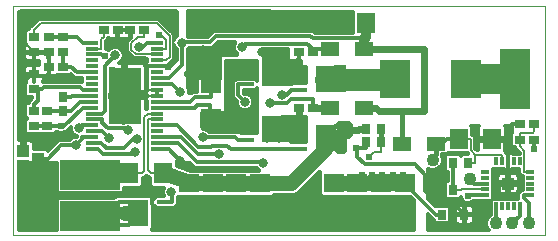
<source format=gtl>
G75*
%MOIN*%
%OFA0B0*%
%FSLAX25Y25*%
%IPPOS*%
%LPD*%
%AMOC8*
5,1,8,0,0,1.08239X$1,22.5*
%
%ADD10C,0.00000*%
%ADD11R,0.03937X0.01378*%
%ADD12R,0.01575X0.06496*%
%ADD13R,0.07087X0.09055*%
%ADD14R,0.07098X0.06299*%
%ADD15R,0.06299X0.07098*%
%ADD16R,0.05906X0.04724*%
%ADD17R,0.07087X0.06299*%
%ADD18R,0.06299X0.07087*%
%ADD19R,0.04331X0.01240*%
%ADD20R,0.10827X0.18701*%
%ADD21R,0.03642X0.02913*%
%ADD22R,0.02913X0.03642*%
%ADD23R,0.09843X0.12795*%
%ADD24R,0.03543X0.02756*%
%ADD25R,0.02756X0.03543*%
%ADD26R,0.03937X0.03937*%
%ADD27R,0.01181X0.02559*%
%ADD28R,0.02559X0.01181*%
%ADD29R,0.03150X0.03543*%
%ADD30R,0.20000X0.10000*%
%ADD31R,0.10000X0.20000*%
%ADD32R,0.04000X0.04000*%
%ADD33R,0.10000X0.05000*%
%ADD34C,0.04331*%
%ADD35C,0.01181*%
%ADD36C,0.03150*%
%ADD37C,0.01600*%
%ADD38C,0.05000*%
%ADD39C,0.02400*%
%ADD40C,0.02775*%
%ADD41C,0.00600*%
%ADD42C,0.02400*%
%ADD43C,0.06600*%
%ADD44C,0.01200*%
%ADD45C,0.07480*%
%ADD46C,0.03200*%
%ADD47C,0.09843*%
D10*
X0002291Y0002097D02*
X0002291Y0078534D01*
X0179516Y0078534D01*
X0179516Y0002097D01*
X0002291Y0002097D01*
D11*
X0039102Y0005641D03*
X0039102Y0008200D03*
X0039102Y0010759D03*
X0039102Y0013318D03*
X0052094Y0013318D03*
X0052094Y0010759D03*
X0052094Y0008200D03*
X0052094Y0005641D03*
X0098157Y0030739D03*
X0098157Y0033298D03*
X0098157Y0035857D03*
X0098157Y0038416D03*
X0093433Y0038810D03*
X0093433Y0036251D03*
X0093433Y0033692D03*
X0080441Y0033692D03*
X0080441Y0036251D03*
X0080441Y0038810D03*
X0080441Y0041369D03*
X0093433Y0041369D03*
X0111150Y0038416D03*
X0111150Y0035857D03*
X0111150Y0033298D03*
X0111150Y0030739D03*
X0111150Y0050424D03*
X0111150Y0052983D03*
X0111150Y0055542D03*
X0111150Y0058101D03*
X0098157Y0058101D03*
X0098157Y0055542D03*
X0098157Y0052983D03*
X0098157Y0050424D03*
X0093433Y0052393D03*
X0093433Y0054952D03*
X0093433Y0057511D03*
X0093433Y0060070D03*
X0080441Y0060070D03*
X0080441Y0057511D03*
X0080441Y0054952D03*
X0080441Y0052393D03*
D12*
X0082016Y0057511D03*
X0099732Y0055542D03*
X0082016Y0038810D03*
X0099732Y0035857D03*
X0050520Y0008200D03*
D13*
X0043866Y0009479D03*
X0106386Y0034578D03*
X0088669Y0037530D03*
X0106386Y0054263D03*
X0088669Y0056231D03*
D14*
X0068236Y0052479D03*
X0068236Y0041282D03*
D15*
X0052181Y0022767D03*
X0040984Y0022767D03*
D16*
X0107803Y0044420D03*
X0119220Y0044420D03*
X0131917Y0032609D03*
X0143335Y0032609D03*
X0119220Y0064105D03*
X0107803Y0064105D03*
D17*
X0109083Y0019420D03*
X0116957Y0019420D03*
X0124831Y0019420D03*
X0132705Y0019420D03*
X0132705Y0008396D03*
X0124831Y0008396D03*
X0116957Y0008396D03*
X0109083Y0008396D03*
X0084476Y0008396D03*
X0076602Y0008396D03*
X0068728Y0008396D03*
X0060854Y0008396D03*
X0060854Y0019420D03*
X0068728Y0019420D03*
X0076602Y0019420D03*
X0084476Y0019420D03*
D18*
X0150815Y0034085D03*
X0161839Y0034085D03*
X0119870Y0072924D03*
X0108846Y0072924D03*
D19*
X0050205Y0066290D03*
X0050205Y0064322D03*
X0050205Y0062353D03*
X0050205Y0060385D03*
X0050205Y0058416D03*
X0050205Y0056448D03*
X0050205Y0054479D03*
X0050205Y0052511D03*
X0050205Y0050542D03*
X0050205Y0048574D03*
X0050205Y0046605D03*
X0050205Y0044637D03*
X0050205Y0042668D03*
X0050205Y0040700D03*
X0050205Y0038731D03*
X0050205Y0036763D03*
X0050205Y0034794D03*
X0050205Y0032826D03*
X0050205Y0030857D03*
X0028551Y0030857D03*
X0028551Y0032826D03*
X0028551Y0034794D03*
X0028551Y0036763D03*
X0028551Y0038731D03*
X0028551Y0040700D03*
X0028551Y0042668D03*
X0028551Y0044637D03*
X0028551Y0046605D03*
X0028551Y0048574D03*
X0028551Y0050542D03*
X0028551Y0052511D03*
X0028551Y0054479D03*
X0028551Y0056448D03*
X0028551Y0058416D03*
X0028551Y0060385D03*
X0028551Y0062353D03*
X0028551Y0064322D03*
X0028551Y0066290D03*
D20*
X0039378Y0048574D03*
D21*
X0018925Y0058200D03*
X0014201Y0058200D03*
X0032409Y0070503D03*
X0037134Y0070503D03*
X0041268Y0070503D03*
X0045992Y0070503D03*
X0097370Y0063121D03*
X0102094Y0063121D03*
X0102094Y0044420D03*
X0097370Y0044420D03*
D22*
X0019024Y0043534D03*
X0019024Y0048259D03*
D23*
X0129555Y0054263D03*
X0153177Y0054263D03*
D24*
X0171091Y0039105D03*
X0176012Y0039105D03*
X0176012Y0033987D03*
X0171091Y0033987D03*
X0019024Y0063022D03*
X0014102Y0063022D03*
X0009181Y0063022D03*
X0009181Y0068141D03*
X0014102Y0068141D03*
X0019024Y0068141D03*
X0009181Y0055837D03*
X0009181Y0050719D03*
X0009181Y0043534D03*
X0013610Y0043534D03*
X0013610Y0038416D03*
X0009181Y0038416D03*
D25*
X0119811Y0037530D03*
X0124929Y0037530D03*
X0124929Y0033101D03*
X0119811Y0033101D03*
X0148846Y0026211D03*
X0153965Y0026211D03*
D26*
X0167154Y0019322D03*
D27*
X0167154Y0011841D03*
X0165185Y0011841D03*
X0163217Y0011841D03*
X0169122Y0011841D03*
X0171091Y0011841D03*
X0171091Y0026802D03*
X0169122Y0026802D03*
X0167154Y0026802D03*
X0165185Y0026802D03*
X0163217Y0026802D03*
D28*
X0159673Y0023259D03*
X0159673Y0021290D03*
X0159673Y0019322D03*
X0159673Y0017353D03*
X0159673Y0015385D03*
X0174634Y0015385D03*
X0174634Y0017353D03*
X0174634Y0019322D03*
X0174634Y0021290D03*
X0174634Y0023259D03*
D29*
X0148945Y0017255D03*
X0152685Y0008987D03*
X0145205Y0008987D03*
D30*
X0096780Y0008495D03*
X0027882Y0008495D03*
X0027882Y0022274D03*
D31*
X0169614Y0054263D03*
D32*
X0010673Y0027648D03*
X0005673Y0025148D03*
X0005673Y0030148D03*
D33*
X0066760Y0056231D03*
D34*
X0142055Y0027196D03*
X0154358Y0020798D03*
X0163217Y0006034D03*
X0168630Y0006034D03*
X0174043Y0006034D03*
D35*
X0161426Y0008925D02*
X0161316Y0008879D01*
X0160372Y0007935D01*
X0159861Y0006702D01*
X0159861Y0005367D01*
X0160372Y0004133D01*
X0160817Y0003688D01*
X0140579Y0003688D01*
X0140579Y0009098D01*
X0142439Y0007237D01*
X0142439Y0006722D01*
X0143137Y0006025D01*
X0147273Y0006025D01*
X0147970Y0006722D01*
X0147970Y0011252D01*
X0147273Y0011949D01*
X0143137Y0011949D01*
X0142964Y0011777D01*
X0140579Y0014162D01*
X0140579Y0024175D01*
X0141388Y0023840D01*
X0142723Y0023840D01*
X0143956Y0024351D01*
X0144900Y0025295D01*
X0145411Y0026528D01*
X0145411Y0027863D01*
X0145193Y0028390D01*
X0145325Y0028522D01*
X0145325Y0029056D01*
X0146781Y0029056D01*
X0147124Y0029400D01*
X0147172Y0029352D01*
X0153765Y0029352D01*
X0153943Y0029174D01*
X0152093Y0029174D01*
X0151406Y0028486D01*
X0150718Y0029174D01*
X0146975Y0029174D01*
X0146278Y0028476D01*
X0146278Y0023947D01*
X0146975Y0023249D01*
X0147056Y0023249D01*
X0147056Y0020217D01*
X0146877Y0020217D01*
X0146180Y0019520D01*
X0146180Y0014990D01*
X0146877Y0014293D01*
X0151013Y0014293D01*
X0151445Y0014725D01*
X0151791Y0013892D01*
X0152463Y0013219D01*
X0153342Y0012855D01*
X0154293Y0012855D01*
X0155172Y0013219D01*
X0155546Y0013594D01*
X0160415Y0013594D01*
X0160424Y0013604D01*
X0161435Y0013604D01*
X0161435Y0012592D01*
X0161426Y0012583D01*
X0161426Y0008925D01*
X0161426Y0009175D02*
X0152882Y0009175D01*
X0152882Y0009184D02*
X0155850Y0009184D01*
X0155850Y0010968D01*
X0155742Y0011373D01*
X0155533Y0011735D01*
X0155236Y0012031D01*
X0154874Y0012241D01*
X0154469Y0012349D01*
X0152882Y0012349D01*
X0152882Y0009184D01*
X0152488Y0009184D01*
X0152488Y0008790D01*
X0149520Y0008790D01*
X0149520Y0007006D01*
X0149628Y0006601D01*
X0149837Y0006239D01*
X0150134Y0005943D01*
X0150496Y0005733D01*
X0150901Y0005625D01*
X0152488Y0005625D01*
X0152488Y0008790D01*
X0152882Y0008790D01*
X0152882Y0005625D01*
X0154469Y0005625D01*
X0154874Y0005733D01*
X0155236Y0005943D01*
X0155533Y0006239D01*
X0155742Y0006601D01*
X0155850Y0007006D01*
X0155850Y0008790D01*
X0152882Y0008790D01*
X0152882Y0009184D01*
X0152685Y0009184D02*
X0148945Y0012924D01*
X0143531Y0012924D01*
X0139594Y0016861D01*
X0139594Y0022274D01*
X0136150Y0025719D01*
X0119417Y0025719D01*
X0116957Y0028180D01*
X0116957Y0030937D01*
X0116620Y0031273D01*
X0119811Y0031273D01*
X0118433Y0022274D02*
X0118433Y0019322D01*
X0118433Y0019420D02*
X0121878Y0022274D01*
X0124831Y0022274D02*
X0124831Y0021445D01*
X0124831Y0022274D02*
X0125323Y0022274D01*
X0125323Y0019420D02*
X0125323Y0019322D01*
X0125323Y0019420D02*
X0124831Y0019420D01*
X0121878Y0019420D02*
X0121878Y0019322D01*
X0121878Y0019420D02*
X0121400Y0019420D01*
X0118433Y0019420D02*
X0116957Y0019420D01*
X0104634Y0012727D02*
X0104654Y0010759D01*
X0109083Y0010562D01*
X0109083Y0008396D01*
X0110067Y0010562D02*
X0112232Y0008396D01*
X0110067Y0010562D02*
X0109083Y0010562D01*
X0104634Y0012727D02*
X0102469Y0011940D01*
X0096780Y0008495D01*
X0090598Y0012924D01*
X0089201Y0012511D01*
X0089201Y0008396D01*
X0084476Y0008396D01*
X0056130Y0008396D02*
X0054900Y0007166D01*
X0053866Y0008200D01*
X0053669Y0008200D01*
X0052094Y0008200D02*
X0050520Y0008200D01*
X0050520Y0010759D01*
X0052094Y0010759D01*
X0050520Y0010759D02*
X0050318Y0010759D01*
X0048600Y0012476D01*
X0048600Y0014502D01*
X0047018Y0016084D01*
X0017388Y0016084D01*
X0008854Y0024617D01*
X0008854Y0025148D01*
X0005673Y0025148D01*
X0008854Y0025148D02*
X0008854Y0025830D01*
X0010673Y0027648D01*
X0013854Y0027648D01*
X0018276Y0032070D01*
X0023112Y0032070D01*
X0025205Y0034163D01*
X0025205Y0034794D01*
X0028551Y0034794D01*
X0028551Y0032826D02*
X0031452Y0032826D01*
X0032581Y0031696D01*
X0032731Y0031696D01*
X0033295Y0031133D01*
X0039201Y0031133D01*
X0039765Y0031696D01*
X0039862Y0031696D01*
X0042320Y0034155D01*
X0043464Y0034155D01*
X0040580Y0037040D02*
X0039920Y0037700D01*
X0033800Y0037700D01*
X0031898Y0039603D01*
X0031898Y0040700D01*
X0028551Y0040700D01*
X0028551Y0042668D02*
X0031898Y0042668D01*
X0032774Y0043544D01*
X0032774Y0058508D01*
X0036345Y0062079D01*
X0032804Y0061919D02*
X0032050Y0061919D01*
X0031617Y0062353D01*
X0028551Y0062353D01*
X0033107Y0064310D02*
X0033107Y0066736D01*
X0033900Y0067529D01*
X0033900Y0067856D01*
X0034254Y0067856D01*
X0034336Y0067773D01*
X0034699Y0067564D01*
X0035104Y0067456D01*
X0036996Y0067455D01*
X0036996Y0070365D01*
X0037272Y0070365D01*
X0037272Y0070641D01*
X0041130Y0070641D01*
X0041130Y0070365D01*
X0041130Y0067682D01*
X0041406Y0067958D01*
X0041406Y0070365D01*
X0041130Y0070365D01*
X0037856Y0070365D01*
X0037272Y0070365D01*
X0037272Y0067456D01*
X0039164Y0067456D01*
X0039201Y0067465D01*
X0039237Y0067456D01*
X0040903Y0067456D01*
X0040092Y0066644D01*
X0040092Y0063359D01*
X0042398Y0061053D01*
X0042415Y0061036D01*
X0046348Y0061036D01*
X0046522Y0060863D01*
X0046849Y0060863D01*
X0046849Y0060095D01*
X0046767Y0060013D01*
X0046557Y0059650D01*
X0046449Y0059246D01*
X0046449Y0058416D01*
X0046449Y0057587D01*
X0046557Y0057182D01*
X0046767Y0056819D01*
X0046849Y0056737D01*
X0046849Y0052221D01*
X0046767Y0052139D01*
X0046557Y0051776D01*
X0046449Y0051372D01*
X0046449Y0050542D01*
X0046449Y0049713D01*
X0046490Y0049558D01*
X0046449Y0049403D01*
X0046449Y0048574D01*
X0047194Y0048574D01*
X0047194Y0048574D01*
X0046449Y0048574D01*
X0046449Y0047744D01*
X0046557Y0047340D01*
X0046767Y0046977D01*
X0046849Y0046895D01*
X0046849Y0044159D01*
X0046522Y0044159D01*
X0046382Y0044019D01*
X0046382Y0047983D01*
X0039969Y0047983D01*
X0039969Y0049164D01*
X0046382Y0049164D01*
X0046382Y0058133D01*
X0046273Y0058538D01*
X0046064Y0058901D01*
X0045768Y0059197D01*
X0045405Y0059406D01*
X0045001Y0059515D01*
X0039968Y0059515D01*
X0039968Y0049164D01*
X0038787Y0049164D01*
X0034555Y0049164D01*
X0034555Y0047983D01*
X0038787Y0047983D01*
X0038787Y0049164D01*
X0038787Y0059515D01*
X0037379Y0059515D01*
X0037911Y0059735D01*
X0038689Y0060513D01*
X0039110Y0061529D01*
X0039110Y0062629D01*
X0038689Y0063645D01*
X0037911Y0064423D01*
X0036895Y0064844D01*
X0035794Y0064844D01*
X0034778Y0064423D01*
X0034229Y0063875D01*
X0034158Y0063946D01*
X0033279Y0064310D01*
X0033107Y0064310D01*
X0033107Y0064617D02*
X0035245Y0064617D01*
X0037444Y0064617D02*
X0040092Y0064617D01*
X0040092Y0063437D02*
X0038775Y0063437D01*
X0039110Y0062258D02*
X0041193Y0062258D01*
X0042373Y0061078D02*
X0038923Y0061078D01*
X0038075Y0059898D02*
X0046700Y0059898D01*
X0046449Y0058719D02*
X0046169Y0058719D01*
X0046449Y0058416D02*
X0050205Y0058416D01*
X0050205Y0058416D01*
X0053961Y0058416D01*
X0053961Y0057704D01*
X0056885Y0060628D01*
X0056885Y0064181D01*
X0056322Y0064744D01*
X0055970Y0065594D01*
X0055970Y0060976D01*
X0053961Y0058967D01*
X0053961Y0058416D01*
X0050205Y0058416D01*
X0046449Y0058416D01*
X0046462Y0057539D02*
X0046382Y0057539D01*
X0046382Y0056359D02*
X0046849Y0056359D01*
X0046849Y0055180D02*
X0046382Y0055180D01*
X0046382Y0054000D02*
X0046849Y0054000D01*
X0046849Y0052821D02*
X0046382Y0052821D01*
X0046382Y0051641D02*
X0046521Y0051641D01*
X0046449Y0050542D02*
X0047194Y0050542D01*
X0047194Y0050542D01*
X0046449Y0050542D01*
X0046449Y0050461D02*
X0046382Y0050461D01*
X0046382Y0049282D02*
X0046449Y0049282D01*
X0046449Y0048102D02*
X0039969Y0048102D01*
X0039968Y0047983D02*
X0039968Y0039780D01*
X0039247Y0039482D01*
X0038787Y0039482D01*
X0038787Y0047983D01*
X0039968Y0047983D01*
X0038787Y0048102D02*
X0034555Y0048102D01*
X0038787Y0046923D02*
X0039968Y0046923D01*
X0039968Y0045743D02*
X0038787Y0045743D01*
X0038787Y0044563D02*
X0039968Y0044563D01*
X0039968Y0043384D02*
X0038787Y0043384D01*
X0038787Y0042204D02*
X0039968Y0042204D01*
X0039968Y0041024D02*
X0038787Y0041024D01*
X0038787Y0039845D02*
X0039968Y0039845D01*
X0033716Y0034945D02*
X0031898Y0036763D01*
X0028551Y0036763D01*
X0028551Y0038731D02*
X0025153Y0038731D01*
X0024216Y0037794D01*
X0021450Y0038082D02*
X0021450Y0037244D01*
X0021871Y0036227D01*
X0022649Y0035449D01*
X0023424Y0035129D01*
X0023424Y0034900D01*
X0023359Y0034835D01*
X0022562Y0034835D01*
X0021546Y0034414D01*
X0020982Y0033851D01*
X0017538Y0033851D01*
X0016495Y0032808D01*
X0013846Y0030159D01*
X0013166Y0030839D01*
X0009264Y0030839D01*
X0009264Y0032358D01*
X0009155Y0032762D01*
X0008946Y0033125D01*
X0008650Y0033421D01*
X0008287Y0033631D01*
X0007883Y0033739D01*
X0006083Y0033739D01*
X0006083Y0030558D01*
X0005264Y0030558D01*
X0005264Y0033739D01*
X0004260Y0033739D01*
X0004260Y0076408D01*
X0004752Y0076900D01*
X0056425Y0076900D01*
X0056917Y0076408D01*
X0056917Y0068472D01*
X0056322Y0067877D01*
X0055970Y0067027D01*
X0055970Y0069024D01*
X0050682Y0074311D01*
X0050644Y0074350D01*
X0011005Y0074350D01*
X0007691Y0071036D01*
X0007691Y0070709D01*
X0006916Y0070709D01*
X0006219Y0070012D01*
X0006219Y0066269D01*
X0006675Y0065813D01*
X0006433Y0065673D01*
X0006137Y0065377D01*
X0005927Y0065014D01*
X0005819Y0064610D01*
X0005819Y0063121D01*
X0009083Y0063121D01*
X0009083Y0062924D01*
X0009280Y0062924D01*
X0009280Y0063121D01*
X0014004Y0063121D01*
X0014004Y0062924D01*
X0014201Y0062924D01*
X0014201Y0060054D01*
X0014339Y0060054D01*
X0014339Y0058337D01*
X0014063Y0058337D01*
X0014063Y0061247D01*
X0014004Y0061247D01*
X0014004Y0062924D01*
X0010740Y0062924D01*
X0009280Y0062924D01*
X0009280Y0060054D01*
X0010840Y0060054D01*
X0010789Y0059866D01*
X0010789Y0058806D01*
X0009280Y0058806D01*
X0009280Y0055936D01*
X0009083Y0055936D01*
X0009083Y0058806D01*
X0007200Y0058806D01*
X0006796Y0058698D01*
X0006433Y0058488D01*
X0006137Y0058192D01*
X0005927Y0057829D01*
X0005819Y0057425D01*
X0005819Y0055936D01*
X0009083Y0055936D01*
X0009083Y0055739D01*
X0009083Y0053288D01*
X0009280Y0053288D01*
X0009280Y0055739D01*
X0009083Y0055739D01*
X0005819Y0055739D01*
X0005819Y0054250D01*
X0005927Y0053846D01*
X0006137Y0053483D01*
X0006433Y0053187D01*
X0006675Y0053047D01*
X0006219Y0052590D01*
X0006219Y0048848D01*
X0006916Y0048151D01*
X0008579Y0048151D01*
X0008579Y0047729D01*
X0007400Y0046550D01*
X0007400Y0046103D01*
X0006916Y0046103D01*
X0006219Y0045405D01*
X0006219Y0041663D01*
X0006907Y0040975D01*
X0006219Y0040287D01*
X0006219Y0036545D01*
X0006916Y0035848D01*
X0015875Y0035848D01*
X0016572Y0036545D01*
X0016572Y0036635D01*
X0016610Y0036635D01*
X0016855Y0036390D01*
X0017734Y0036026D01*
X0018685Y0036026D01*
X0019564Y0036390D01*
X0019809Y0036635D01*
X0020003Y0036635D01*
X0021046Y0037678D01*
X0021450Y0038082D01*
X0021450Y0037486D02*
X0020854Y0037486D01*
X0019265Y0038416D02*
X0018209Y0038416D01*
X0014946Y0038416D01*
X0013610Y0038416D02*
X0009181Y0038416D01*
X0006219Y0038665D02*
X0004260Y0038665D01*
X0004260Y0037486D02*
X0006219Y0037486D01*
X0006458Y0036306D02*
X0004260Y0036306D01*
X0004260Y0035126D02*
X0023424Y0035126D01*
X0021839Y0036306D02*
X0019362Y0036306D01*
X0017057Y0036306D02*
X0016333Y0036306D01*
X0019265Y0038416D02*
X0025486Y0044637D01*
X0028551Y0044637D01*
X0028551Y0046605D02*
X0024451Y0046605D01*
X0021380Y0043534D01*
X0019024Y0043534D01*
X0016282Y0043534D01*
X0013610Y0043534D01*
X0009181Y0043534D02*
X0009181Y0045812D01*
X0010360Y0046991D01*
X0010360Y0050719D01*
X0011853Y0050719D01*
X0012635Y0051501D01*
X0024527Y0051501D01*
X0025486Y0050542D01*
X0028551Y0050542D01*
X0028551Y0048574D02*
X0021695Y0048574D01*
X0021380Y0048259D01*
X0019024Y0048259D01*
X0025195Y0053282D02*
X0012025Y0053282D01*
X0012226Y0053483D01*
X0012435Y0053846D01*
X0012543Y0054250D01*
X0012543Y0055152D01*
X0014063Y0055152D01*
X0014063Y0058062D01*
X0014339Y0058062D01*
X0014339Y0055152D01*
X0016231Y0055152D01*
X0016636Y0055261D01*
X0016998Y0055470D01*
X0017080Y0055552D01*
X0021239Y0055552D01*
X0021507Y0055820D01*
X0022660Y0054667D01*
X0025195Y0054667D01*
X0025195Y0053282D01*
X0025195Y0054000D02*
X0012476Y0054000D01*
X0009280Y0054000D02*
X0009083Y0054000D01*
X0008738Y0056175D02*
X0005673Y0053110D01*
X0005673Y0030148D01*
X0005264Y0031588D02*
X0006083Y0031588D01*
X0006083Y0032767D02*
X0005264Y0032767D01*
X0004260Y0033947D02*
X0021078Y0033947D01*
X0016454Y0032767D02*
X0009153Y0032767D01*
X0009264Y0031588D02*
X0015275Y0031588D01*
X0014095Y0030408D02*
X0013597Y0030408D01*
X0028551Y0030857D02*
X0030421Y0030857D01*
X0031396Y0029883D01*
X0031592Y0029883D01*
X0032311Y0029164D01*
X0042154Y0029164D01*
X0042646Y0029656D01*
X0042972Y0029883D01*
X0050205Y0030857D02*
X0054029Y0030857D01*
X0058017Y0026869D01*
X0063503Y0026373D02*
X0083889Y0026373D01*
X0085679Y0026194D01*
X0095008Y0030739D02*
X0098157Y0030739D01*
X0095008Y0030739D02*
X0074758Y0030739D01*
X0073577Y0031920D01*
X0068446Y0031920D01*
X0068170Y0031645D01*
X0063981Y0031645D01*
X0056895Y0038731D01*
X0050205Y0038731D01*
X0050205Y0034794D02*
X0058079Y0034794D01*
X0063733Y0029140D01*
X0070919Y0029140D01*
X0063503Y0026373D02*
X0057050Y0032826D01*
X0050205Y0032826D01*
X0065383Y0034894D02*
X0076089Y0034894D01*
X0077291Y0033692D01*
X0080441Y0033692D01*
X0080441Y0036251D02*
X0082114Y0036251D01*
X0082114Y0037449D01*
X0082230Y0038810D01*
X0082016Y0038810D01*
X0082016Y0041172D01*
X0081819Y0041369D01*
X0081130Y0041369D01*
X0080441Y0041369D01*
X0075022Y0041369D01*
X0075022Y0053174D01*
X0076799Y0054952D01*
X0080441Y0054952D01*
X0082016Y0054952D01*
X0082016Y0057511D01*
X0080441Y0057511D01*
X0082016Y0057511D02*
X0082230Y0057511D01*
X0082114Y0058872D01*
X0082114Y0060070D01*
X0080441Y0060070D01*
X0083492Y0060168D02*
X0083492Y0053682D01*
X0082903Y0054272D01*
X0077979Y0054272D01*
X0077881Y0054174D01*
X0076554Y0054174D01*
X0075510Y0053130D01*
X0075510Y0047965D01*
X0076733Y0046743D01*
X0076733Y0045946D01*
X0077154Y0044930D01*
X0077932Y0044152D01*
X0078948Y0043731D01*
X0080048Y0043731D01*
X0081065Y0044152D01*
X0081843Y0044930D01*
X0082264Y0045946D01*
X0082264Y0047046D01*
X0081843Y0048062D01*
X0081065Y0048840D01*
X0080048Y0049261D01*
X0079252Y0049261D01*
X0079072Y0049441D01*
X0079072Y0050513D01*
X0082903Y0050513D01*
X0083492Y0051103D01*
X0083492Y0036054D01*
X0078571Y0036054D01*
X0078079Y0036546D01*
X0076956Y0036546D01*
X0076827Y0036675D01*
X0067513Y0036675D01*
X0066950Y0037238D01*
X0065933Y0037659D01*
X0065647Y0037659D01*
X0065283Y0038022D01*
X0065283Y0042944D01*
X0072665Y0042944D01*
X0073157Y0043436D01*
X0073157Y0060168D01*
X0083492Y0060168D01*
X0083492Y0059898D02*
X0073157Y0059898D01*
X0073157Y0058719D02*
X0083492Y0058719D01*
X0083492Y0057539D02*
X0073157Y0057539D01*
X0073157Y0056359D02*
X0083492Y0056359D01*
X0083492Y0055180D02*
X0073157Y0055180D01*
X0073157Y0054000D02*
X0076380Y0054000D01*
X0075510Y0052821D02*
X0073157Y0052821D01*
X0073157Y0051641D02*
X0075510Y0051641D01*
X0075510Y0050461D02*
X0073157Y0050461D01*
X0073157Y0049282D02*
X0075510Y0049282D01*
X0075510Y0048102D02*
X0073157Y0048102D01*
X0073157Y0046923D02*
X0076553Y0046923D01*
X0076817Y0045743D02*
X0073157Y0045743D01*
X0073157Y0044563D02*
X0077520Y0044563D01*
X0079498Y0046496D02*
X0077291Y0048703D01*
X0077291Y0052393D01*
X0080441Y0052393D01*
X0079072Y0050461D02*
X0083492Y0050461D01*
X0083492Y0049282D02*
X0079231Y0049282D01*
X0081803Y0048102D02*
X0083492Y0048102D01*
X0083492Y0046923D02*
X0082264Y0046923D01*
X0082180Y0045743D02*
X0083492Y0045743D01*
X0083492Y0044563D02*
X0081476Y0044563D01*
X0083492Y0043384D02*
X0073105Y0043384D01*
X0073053Y0041369D02*
X0072967Y0041282D01*
X0068236Y0041282D01*
X0068236Y0042242D01*
X0068236Y0042944D01*
X0067893Y0043287D01*
X0067893Y0045539D01*
X0063597Y0045539D01*
X0062695Y0044637D01*
X0053551Y0044637D01*
X0050205Y0044637D01*
X0050205Y0046605D02*
X0053551Y0046605D01*
X0053629Y0046527D01*
X0061096Y0046527D01*
X0062717Y0048148D01*
X0062717Y0048148D01*
X0068236Y0048148D01*
X0068236Y0052479D01*
X0057986Y0049776D02*
X0055251Y0052511D01*
X0050205Y0052511D01*
X0050205Y0050542D02*
X0050205Y0048574D01*
X0050205Y0048574D01*
X0050205Y0050542D01*
X0050205Y0050542D01*
X0050205Y0050461D02*
X0050205Y0050461D01*
X0050205Y0049282D02*
X0050205Y0049282D01*
X0046821Y0046923D02*
X0046382Y0046923D01*
X0046382Y0045743D02*
X0046849Y0045743D01*
X0046849Y0044563D02*
X0046382Y0044563D01*
X0039968Y0049282D02*
X0038787Y0049282D01*
X0038787Y0050461D02*
X0039968Y0050461D01*
X0039968Y0051641D02*
X0038787Y0051641D01*
X0038787Y0052821D02*
X0039968Y0052821D01*
X0039968Y0054000D02*
X0038787Y0054000D01*
X0038787Y0055180D02*
X0039968Y0055180D01*
X0039968Y0056359D02*
X0038787Y0056359D01*
X0038787Y0057539D02*
X0039968Y0057539D01*
X0039968Y0058719D02*
X0038787Y0058719D01*
X0028551Y0056448D02*
X0023398Y0056448D01*
X0021646Y0058200D01*
X0018925Y0058200D01*
X0018925Y0060646D01*
X0019024Y0060744D01*
X0019024Y0063022D01*
X0014201Y0062258D02*
X0014004Y0062258D01*
X0014063Y0061078D02*
X0014201Y0061078D01*
X0014063Y0059898D02*
X0014339Y0059898D01*
X0014339Y0058719D02*
X0014063Y0058719D01*
X0014201Y0058200D02*
X0014201Y0056335D01*
X0013056Y0055191D01*
X0009181Y0055191D01*
X0009083Y0055180D02*
X0009280Y0055180D01*
X0009280Y0056359D02*
X0009083Y0056359D01*
X0005819Y0056359D02*
X0004260Y0056359D01*
X0004260Y0055180D02*
X0005819Y0055180D01*
X0005886Y0054000D02*
X0004260Y0054000D01*
X0004260Y0052821D02*
X0006449Y0052821D01*
X0006219Y0051641D02*
X0004260Y0051641D01*
X0004260Y0050461D02*
X0006219Y0050461D01*
X0006219Y0049282D02*
X0004260Y0049282D01*
X0004260Y0048102D02*
X0008579Y0048102D01*
X0007773Y0046923D02*
X0004260Y0046923D01*
X0004260Y0045743D02*
X0006557Y0045743D01*
X0006219Y0044563D02*
X0004260Y0044563D01*
X0004260Y0043384D02*
X0006219Y0043384D01*
X0006219Y0042204D02*
X0004260Y0042204D01*
X0004260Y0041024D02*
X0006858Y0041024D01*
X0006219Y0039845D02*
X0004260Y0039845D01*
X0033716Y0034945D02*
X0034215Y0034452D01*
X0065283Y0038665D02*
X0083492Y0038665D01*
X0083492Y0037486D02*
X0066352Y0037486D01*
X0065283Y0039845D02*
X0083492Y0039845D01*
X0083492Y0041024D02*
X0065283Y0041024D01*
X0065283Y0042204D02*
X0083492Y0042204D01*
X0087881Y0046102D02*
X0093524Y0046102D01*
X0094972Y0047550D01*
X0102094Y0047550D01*
X0102094Y0045739D01*
X0102094Y0044420D01*
X0102350Y0045739D02*
X0103669Y0044420D01*
X0102350Y0045739D02*
X0102094Y0045739D01*
X0099732Y0041467D02*
X0093335Y0041467D01*
X0092350Y0040483D01*
X0092350Y0039499D01*
X0099732Y0039499D01*
X0099732Y0040483D01*
X0099732Y0037530D01*
X0092350Y0037530D01*
X0092350Y0036546D01*
X0099732Y0036546D01*
X0099732Y0035562D01*
X0091858Y0035562D01*
X0091858Y0034578D01*
X0099732Y0034578D01*
X0099732Y0034085D01*
X0091858Y0034085D01*
X0093433Y0041369D01*
X0096583Y0041369D01*
X0096996Y0041782D01*
X0097370Y0041782D01*
X0099732Y0041467D02*
X0099732Y0040483D01*
X0092350Y0040483D01*
X0092380Y0040483D01*
X0093433Y0039430D01*
X0094053Y0038810D01*
X0094673Y0038810D01*
X0094673Y0038751D01*
X0095008Y0038416D01*
X0094811Y0038416D01*
X0094811Y0038515D01*
X0095008Y0038416D02*
X0098157Y0038416D01*
X0098157Y0035857D02*
X0098748Y0035562D01*
X0090874Y0034578D01*
X0093433Y0034873D02*
X0093433Y0036251D01*
X0093394Y0036290D01*
X0093394Y0037530D01*
X0088669Y0037530D01*
X0086937Y0034578D01*
X0083492Y0036306D02*
X0078319Y0036306D01*
X0080441Y0038810D02*
X0082016Y0038810D01*
X0086937Y0038515D02*
X0088669Y0037530D01*
X0093394Y0037530D02*
X0093394Y0038460D01*
X0093743Y0038810D01*
X0093433Y0038810D01*
X0093743Y0038810D02*
X0094053Y0038810D01*
X0098157Y0035857D02*
X0099732Y0035857D01*
X0099732Y0033298D01*
X0099732Y0033298D01*
X0098157Y0033298D01*
X0095008Y0033298D01*
X0094024Y0034282D01*
X0094811Y0034578D01*
X0094024Y0034282D02*
X0093433Y0033692D01*
X0094024Y0034282D02*
X0093433Y0034873D01*
X0075022Y0041369D02*
X0073053Y0041369D01*
X0091903Y0048871D02*
X0093454Y0048871D01*
X0095008Y0050424D01*
X0098157Y0050424D01*
X0098157Y0052983D02*
X0095008Y0052983D01*
X0094516Y0053475D01*
X0094417Y0053574D01*
X0094417Y0054952D01*
X0093433Y0054952D01*
X0093335Y0054952D01*
X0093335Y0055247D01*
X0093433Y0054952D02*
X0093433Y0056192D01*
X0093394Y0056231D01*
X0088669Y0056231D01*
X0089398Y0056231D01*
X0089398Y0055247D01*
X0091858Y0054263D02*
X0091858Y0053278D01*
X0098748Y0053278D01*
X0098748Y0057707D01*
X0098256Y0057707D01*
X0098256Y0060168D01*
X0097075Y0060168D01*
X0095008Y0058101D01*
X0092350Y0062629D01*
X0087429Y0062629D01*
X0089398Y0062629D01*
X0089398Y0063121D01*
X0092843Y0063121D01*
X0092843Y0061644D01*
X0087429Y0061644D01*
X0086445Y0060660D02*
X0086445Y0063121D01*
X0089398Y0063121D01*
X0087186Y0063167D02*
X0090283Y0060070D01*
X0089398Y0060070D01*
X0089398Y0059184D01*
X0090283Y0060070D02*
X0093433Y0060070D01*
X0093335Y0060070D01*
X0093335Y0059184D01*
X0097272Y0059184D01*
X0097764Y0059184D01*
X0097764Y0058692D01*
X0092350Y0058692D01*
X0092350Y0057707D01*
X0098256Y0057707D01*
X0098256Y0056723D01*
X0094319Y0056723D01*
X0094319Y0055247D01*
X0097272Y0055247D01*
X0097272Y0055542D01*
X0098157Y0055542D01*
X0099732Y0055542D01*
X0098256Y0055247D02*
X0098256Y0054263D01*
X0091858Y0054263D01*
X0094417Y0054952D02*
X0095008Y0055542D01*
X0098157Y0055542D01*
X0098256Y0055247D02*
X0097272Y0055247D01*
X0094516Y0053475D02*
X0093433Y0052393D01*
X0093394Y0056231D02*
X0093394Y0057471D01*
X0093433Y0057511D01*
X0094417Y0057511D01*
X0095008Y0058101D01*
X0093335Y0059184D02*
X0092350Y0059184D01*
X0098157Y0058101D01*
X0097764Y0059184D02*
X0097272Y0059184D01*
X0096583Y0060070D02*
X0096189Y0060070D01*
X0095008Y0060070D01*
X0093433Y0060070D01*
X0093827Y0060660D02*
X0086445Y0060660D01*
X0085953Y0060168D02*
X0085953Y0064105D01*
X0093827Y0064105D01*
X0093827Y0060660D01*
X0095008Y0060168D02*
X0085953Y0060168D01*
X0085193Y0063167D02*
X0087186Y0063167D01*
X0079531Y0065936D02*
X0078539Y0064944D01*
X0079531Y0065936D02*
X0100264Y0065936D01*
X0102094Y0064105D01*
X0102094Y0063613D01*
X0102094Y0063121D01*
X0102094Y0064105D02*
X0107803Y0064105D01*
X0102033Y0067710D02*
X0118457Y0067710D01*
X0119220Y0066947D01*
X0119772Y0068200D02*
X0119870Y0068200D01*
X0108846Y0072924D02*
X0104516Y0072924D01*
X0102023Y0070432D01*
X0066196Y0070432D01*
X0065776Y0070011D01*
X0065498Y0069447D01*
X0067744Y0066566D02*
X0069713Y0068534D01*
X0101209Y0068534D01*
X0102033Y0067710D01*
X0097370Y0063121D02*
X0097370Y0060483D01*
X0096996Y0060483D01*
X0096583Y0060070D01*
X0095008Y0060070D02*
X0095008Y0060070D01*
X0095008Y0060168D01*
X0082016Y0054952D02*
X0082016Y0054952D01*
X0083174Y0054000D02*
X0083492Y0054000D01*
X0058666Y0058821D02*
X0058666Y0066310D01*
X0058589Y0066234D01*
X0058886Y0066566D01*
X0067744Y0066566D01*
X0056917Y0069335D02*
X0055659Y0069335D01*
X0055970Y0068156D02*
X0056601Y0068156D01*
X0056917Y0070515D02*
X0054479Y0070515D01*
X0053299Y0071694D02*
X0056917Y0071694D01*
X0056917Y0072874D02*
X0052120Y0072874D01*
X0050940Y0074054D02*
X0056917Y0074054D01*
X0056917Y0075233D02*
X0004260Y0075233D01*
X0004260Y0074054D02*
X0010708Y0074054D01*
X0009529Y0072874D02*
X0004260Y0072874D01*
X0004260Y0071694D02*
X0008349Y0071694D01*
X0006722Y0070515D02*
X0004260Y0070515D01*
X0004260Y0069335D02*
X0006219Y0069335D01*
X0006219Y0068156D02*
X0004260Y0068156D01*
X0004260Y0066976D02*
X0006219Y0066976D01*
X0006646Y0065796D02*
X0004260Y0065796D01*
X0004260Y0064617D02*
X0005821Y0064617D01*
X0005819Y0063437D02*
X0004260Y0063437D01*
X0005819Y0062924D02*
X0005819Y0061435D01*
X0005927Y0061031D01*
X0006137Y0060668D01*
X0006433Y0060372D01*
X0006796Y0060162D01*
X0007200Y0060054D01*
X0009083Y0060054D01*
X0009083Y0062924D01*
X0005819Y0062924D01*
X0005819Y0062258D02*
X0004260Y0062258D01*
X0004260Y0061078D02*
X0005915Y0061078D01*
X0009083Y0061078D02*
X0009280Y0061078D01*
X0009280Y0062258D02*
X0009083Y0062258D01*
X0010798Y0059898D02*
X0004260Y0059898D01*
X0004260Y0058719D02*
X0006875Y0058719D01*
X0005850Y0057539D02*
X0004260Y0057539D01*
X0009083Y0057539D02*
X0009280Y0057539D01*
X0009280Y0058719D02*
X0009083Y0058719D01*
X0014063Y0057539D02*
X0014339Y0057539D01*
X0014339Y0056359D02*
X0014063Y0056359D01*
X0014063Y0055180D02*
X0014339Y0055180D01*
X0016334Y0055180D02*
X0022147Y0055180D01*
X0044057Y0065002D02*
X0045570Y0065002D01*
X0046858Y0066290D01*
X0050205Y0066290D01*
X0055970Y0064617D02*
X0056449Y0064617D01*
X0056885Y0063437D02*
X0055970Y0063437D01*
X0055970Y0062258D02*
X0056885Y0062258D01*
X0056885Y0061078D02*
X0055970Y0061078D01*
X0056155Y0059898D02*
X0054892Y0059898D01*
X0054976Y0058719D02*
X0053961Y0058719D01*
X0050205Y0058416D02*
X0050205Y0058416D01*
X0050205Y0054479D02*
X0054324Y0054479D01*
X0058666Y0058821D01*
X0040092Y0065796D02*
X0033107Y0065796D01*
X0033347Y0066976D02*
X0040424Y0066976D01*
X0041130Y0068156D02*
X0041406Y0068156D01*
X0041406Y0069335D02*
X0041130Y0069335D01*
X0041130Y0070515D02*
X0037272Y0070515D01*
X0037272Y0069335D02*
X0036996Y0069335D01*
X0036996Y0068156D02*
X0037272Y0068156D01*
X0028551Y0066290D02*
X0025486Y0066290D01*
X0023635Y0068141D01*
X0019024Y0068141D01*
X0014102Y0068141D01*
X0004264Y0076413D02*
X0056913Y0076413D01*
X0126350Y0055743D02*
X0126350Y0053967D01*
X0128360Y0053967D01*
X0129555Y0054263D02*
X0129555Y0055743D01*
X0129795Y0055743D01*
X0133240Y0055743D02*
X0133240Y0052298D01*
X0133240Y0048853D01*
X0133240Y0052218D02*
X0130208Y0052218D01*
X0133240Y0052218D02*
X0133240Y0052298D01*
X0126350Y0052298D02*
X0126350Y0053967D01*
X0139063Y0043809D02*
X0139063Y0043436D01*
X0132213Y0043436D02*
X0131874Y0043510D01*
X0154762Y0038515D02*
X0157364Y0038515D01*
X0157207Y0038243D01*
X0157098Y0037838D01*
X0157098Y0034676D01*
X0161248Y0034676D01*
X0161248Y0033495D01*
X0157098Y0033495D01*
X0157098Y0030472D01*
X0156860Y0030472D01*
X0156355Y0030977D01*
X0156355Y0034703D01*
X0155482Y0035576D01*
X0155155Y0035576D01*
X0155155Y0038122D01*
X0154762Y0038515D01*
X0155155Y0037486D02*
X0157098Y0037486D01*
X0157098Y0036306D02*
X0155155Y0036306D01*
X0155932Y0035126D02*
X0157098Y0035126D01*
X0156355Y0033947D02*
X0161248Y0033947D01*
X0162429Y0033947D02*
X0168128Y0033947D01*
X0168128Y0032767D02*
X0166579Y0032767D01*
X0166579Y0033495D02*
X0162429Y0033495D01*
X0162429Y0034676D01*
X0166579Y0034676D01*
X0166579Y0037838D01*
X0166470Y0038243D01*
X0166313Y0038515D01*
X0167728Y0038515D01*
X0167728Y0037518D01*
X0167837Y0037113D01*
X0168046Y0036751D01*
X0168342Y0036454D01*
X0168585Y0036314D01*
X0168128Y0035858D01*
X0168128Y0032116D01*
X0168826Y0031419D01*
X0169600Y0031419D01*
X0169600Y0031092D01*
X0171093Y0029599D01*
X0171093Y0029272D01*
X0168803Y0029272D01*
X0168721Y0029354D01*
X0168358Y0029564D01*
X0167953Y0029672D01*
X0167154Y0029672D01*
X0167154Y0026802D01*
X0167153Y0026802D01*
X0167153Y0029672D01*
X0166602Y0029672D01*
X0166425Y0029850D01*
X0166470Y0029928D01*
X0166579Y0030333D01*
X0166579Y0033495D01*
X0166579Y0035126D02*
X0168128Y0035126D01*
X0168576Y0036306D02*
X0166579Y0036306D01*
X0166579Y0037486D02*
X0167737Y0037486D01*
X0176012Y0033987D02*
X0176012Y0030764D01*
X0170284Y0030408D02*
X0166579Y0030408D01*
X0167153Y0029228D02*
X0167154Y0029228D01*
X0167153Y0028049D02*
X0167154Y0028049D01*
X0167153Y0026869D02*
X0167154Y0026869D01*
X0167154Y0026802D02*
X0167154Y0023932D01*
X0167953Y0023932D01*
X0168358Y0024040D01*
X0168721Y0024250D01*
X0168803Y0024332D01*
X0170964Y0024332D01*
X0170964Y0022641D01*
X0171837Y0021768D01*
X0172164Y0021768D01*
X0172164Y0017175D01*
X0171713Y0017175D01*
X0170664Y0016126D01*
X0170664Y0014311D01*
X0170007Y0014311D01*
X0168038Y0014311D01*
X0162143Y0014311D01*
X0162143Y0024332D01*
X0165504Y0024332D01*
X0165586Y0024250D01*
X0165949Y0024040D01*
X0166354Y0023932D01*
X0167153Y0023932D01*
X0167153Y0026802D01*
X0167154Y0026802D01*
X0167153Y0025690D02*
X0167154Y0025690D01*
X0167153Y0024510D02*
X0167154Y0024510D01*
X0167547Y0022881D02*
X0169331Y0022881D01*
X0169736Y0022772D01*
X0170099Y0022563D01*
X0170395Y0022267D01*
X0170604Y0021904D01*
X0170713Y0021500D01*
X0170713Y0019715D01*
X0167547Y0019715D01*
X0167547Y0018928D01*
X0167547Y0015763D01*
X0169331Y0015763D01*
X0169736Y0015871D01*
X0170099Y0016080D01*
X0170395Y0016377D01*
X0170604Y0016739D01*
X0170713Y0017144D01*
X0170713Y0018928D01*
X0167547Y0018928D01*
X0166760Y0018928D01*
X0166760Y0015763D01*
X0164976Y0015763D01*
X0164571Y0015871D01*
X0164208Y0016080D01*
X0163912Y0016377D01*
X0163703Y0016739D01*
X0163594Y0017144D01*
X0163594Y0018928D01*
X0166760Y0018928D01*
X0166760Y0019715D01*
X0163594Y0019715D01*
X0163594Y0021500D01*
X0163703Y0021904D01*
X0163912Y0022267D01*
X0164208Y0022563D01*
X0164571Y0022772D01*
X0164976Y0022881D01*
X0166760Y0022881D01*
X0166760Y0019715D01*
X0167547Y0019715D01*
X0167547Y0022881D01*
X0167547Y0022151D02*
X0166760Y0022151D01*
X0163845Y0022151D02*
X0162143Y0022151D01*
X0162143Y0023330D02*
X0170964Y0023330D01*
X0171454Y0022151D02*
X0170462Y0022151D01*
X0170713Y0020971D02*
X0172164Y0020971D01*
X0172164Y0019791D02*
X0170713Y0019791D01*
X0167547Y0019791D02*
X0166760Y0019791D01*
X0166760Y0020971D02*
X0167547Y0020971D01*
X0163594Y0020971D02*
X0162143Y0020971D01*
X0162143Y0019791D02*
X0163594Y0019791D01*
X0163594Y0018612D02*
X0162143Y0018612D01*
X0162143Y0017432D02*
X0163594Y0017432D01*
X0164036Y0016253D02*
X0162143Y0016253D01*
X0162143Y0015073D02*
X0170664Y0015073D01*
X0170790Y0016253D02*
X0170271Y0016253D01*
X0170713Y0017432D02*
X0172164Y0017432D01*
X0172164Y0018612D02*
X0170713Y0018612D01*
X0167547Y0018612D02*
X0166760Y0018612D01*
X0166760Y0017432D02*
X0167547Y0017432D01*
X0167547Y0016253D02*
X0166760Y0016253D01*
X0161435Y0012714D02*
X0142027Y0012714D01*
X0140848Y0013893D02*
X0151790Y0013893D01*
X0152488Y0012349D02*
X0150901Y0012349D01*
X0150496Y0012241D01*
X0150134Y0012031D01*
X0149837Y0011735D01*
X0149628Y0011373D01*
X0149520Y0010968D01*
X0149520Y0009184D01*
X0152488Y0009184D01*
X0152488Y0012349D01*
X0152488Y0011534D02*
X0152882Y0011534D01*
X0155649Y0011534D02*
X0161426Y0011534D01*
X0161426Y0010355D02*
X0155850Y0010355D01*
X0152882Y0010355D02*
X0152488Y0010355D01*
X0152488Y0009175D02*
X0147970Y0009175D01*
X0147970Y0010355D02*
X0149520Y0010355D01*
X0149721Y0011534D02*
X0147688Y0011534D01*
X0152685Y0009184D02*
X0152685Y0008987D01*
X0152488Y0007995D02*
X0152882Y0007995D01*
X0152882Y0006816D02*
X0152488Y0006816D01*
X0149571Y0006816D02*
X0147970Y0006816D01*
X0147970Y0007995D02*
X0149520Y0007995D01*
X0150859Y0005636D02*
X0140579Y0005636D01*
X0140579Y0004456D02*
X0160238Y0004456D01*
X0159861Y0005636D02*
X0154511Y0005636D01*
X0152882Y0005636D02*
X0152488Y0005636D01*
X0155799Y0006816D02*
X0159908Y0006816D01*
X0160432Y0007995D02*
X0155850Y0007995D01*
X0142439Y0006816D02*
X0140579Y0006816D01*
X0140579Y0007995D02*
X0141681Y0007995D01*
X0140579Y0015073D02*
X0146180Y0015073D01*
X0146180Y0016253D02*
X0140579Y0016253D01*
X0140579Y0017432D02*
X0146180Y0017432D01*
X0146180Y0018612D02*
X0140579Y0018612D01*
X0140579Y0019791D02*
X0146451Y0019791D01*
X0147056Y0020971D02*
X0140579Y0020971D01*
X0140579Y0022151D02*
X0147056Y0022151D01*
X0146894Y0023330D02*
X0140579Y0023330D01*
X0144115Y0024510D02*
X0146278Y0024510D01*
X0146278Y0025690D02*
X0145064Y0025690D01*
X0145411Y0026869D02*
X0146278Y0026869D01*
X0146278Y0028049D02*
X0145334Y0028049D01*
X0146953Y0029228D02*
X0153888Y0029228D01*
X0156355Y0031588D02*
X0157098Y0031588D01*
X0157098Y0032767D02*
X0156355Y0032767D01*
X0166579Y0031588D02*
X0168657Y0031588D01*
X0055244Y0016230D02*
X0055244Y0013318D01*
X0052094Y0013318D01*
X0055244Y0016230D02*
X0054896Y0016579D01*
X0054900Y0007166D02*
X0055244Y0006822D01*
X0055244Y0005641D01*
X0052094Y0005641D01*
D36*
X0054896Y0016579D03*
X0058017Y0026869D03*
X0070919Y0029140D03*
X0065383Y0034894D03*
X0086937Y0034578D03*
X0090874Y0034578D03*
X0094811Y0034578D03*
X0098748Y0034578D03*
X0098748Y0038515D03*
X0094811Y0038515D03*
X0090874Y0038515D03*
X0086937Y0038515D03*
X0087881Y0046102D03*
X0091903Y0048871D03*
X0079498Y0046496D03*
X0089398Y0055247D03*
X0093335Y0055247D03*
X0097272Y0055247D03*
X0097272Y0059184D03*
X0093335Y0059184D03*
X0089398Y0059184D03*
X0089398Y0063121D03*
X0085193Y0063167D03*
X0078539Y0064944D03*
X0065437Y0063754D03*
X0058666Y0066310D03*
X0065498Y0069447D03*
X0044057Y0065002D03*
X0036345Y0062079D03*
X0057986Y0049776D03*
X0040580Y0037040D03*
X0043464Y0034155D03*
X0034215Y0034452D03*
X0024216Y0037794D03*
X0023112Y0032070D03*
X0042972Y0029883D03*
X0085679Y0026194D03*
D37*
X0083696Y0023970D02*
X0083283Y0024382D01*
X0062678Y0024382D01*
X0061512Y0025548D01*
X0060849Y0026211D01*
X0056731Y0026211D01*
X0056731Y0025549D01*
X0061090Y0023970D01*
X0080726Y0023970D01*
X0083696Y0023970D01*
X0099171Y0018082D02*
X0104139Y0018082D01*
X0104139Y0016484D02*
X0097573Y0016484D01*
X0097193Y0016104D02*
X0095759Y0015510D01*
X0089239Y0015510D01*
X0088600Y0014870D01*
X0057395Y0014870D01*
X0057235Y0014710D01*
X0057235Y0012493D01*
X0056069Y0011327D01*
X0054741Y0011327D01*
X0054643Y0011229D01*
X0049546Y0011229D01*
X0048809Y0011965D01*
X0048809Y0004372D01*
X0048504Y0004066D01*
X0135657Y0004066D01*
X0135657Y0013723D01*
X0134510Y0014870D01*
X0104959Y0014870D01*
X0104139Y0015691D01*
X0104139Y0023050D01*
X0097193Y0016104D01*
X0104945Y0014885D02*
X0088614Y0014885D01*
X0100770Y0019681D02*
X0104139Y0019681D01*
X0104139Y0021279D02*
X0102368Y0021279D01*
X0103967Y0022878D02*
X0104139Y0022878D01*
X0124929Y0033101D02*
X0124929Y0037530D01*
X0131874Y0036196D02*
X0131917Y0036152D01*
X0131917Y0032609D01*
X0131874Y0036196D02*
X0131874Y0043510D01*
X0143335Y0030978D02*
X0143335Y0029347D01*
X0135657Y0013287D02*
X0057235Y0013287D01*
X0056430Y0011688D02*
X0135657Y0011688D01*
X0135657Y0010090D02*
X0048809Y0010090D01*
X0048809Y0011688D02*
X0049087Y0011688D01*
X0048768Y0014628D02*
X0047989Y0015407D01*
X0036554Y0015407D01*
X0036165Y0015018D01*
X0035530Y0015018D01*
X0035407Y0014895D01*
X0017302Y0014895D01*
X0016482Y0014075D01*
X0016482Y0004066D01*
X0004260Y0004066D01*
X0004260Y0026211D01*
X0016482Y0026211D01*
X0016482Y0016695D01*
X0017302Y0015874D01*
X0038462Y0015874D01*
X0039282Y0016695D01*
X0039282Y0017817D01*
X0044714Y0017817D01*
X0045534Y0018637D01*
X0045534Y0021067D01*
X0045738Y0021067D01*
X0046381Y0021709D01*
X0046583Y0021911D01*
X0047427Y0021067D01*
X0047631Y0021067D01*
X0047631Y0018637D01*
X0048452Y0017817D01*
X0052189Y0017817D01*
X0051921Y0017170D01*
X0051921Y0015987D01*
X0052162Y0015407D01*
X0049546Y0015407D01*
X0048768Y0014628D01*
X0048511Y0014885D02*
X0049025Y0014885D01*
X0051921Y0016484D02*
X0039071Y0016484D01*
X0044979Y0018082D02*
X0048187Y0018082D01*
X0047631Y0019681D02*
X0045534Y0019681D01*
X0045951Y0021279D02*
X0047214Y0021279D01*
X0056731Y0026075D02*
X0060986Y0026075D01*
X0059691Y0024476D02*
X0062584Y0024476D01*
X0048809Y0008491D02*
X0135657Y0008491D01*
X0135657Y0006893D02*
X0048809Y0006893D01*
X0048809Y0005294D02*
X0135657Y0005294D01*
X0063287Y0050139D02*
X0061892Y0050139D01*
X0061587Y0049833D01*
X0060961Y0049833D01*
X0060961Y0050367D01*
X0060508Y0051461D01*
X0060362Y0051606D01*
X0060362Y0057702D01*
X0060657Y0057997D01*
X0060657Y0064094D01*
X0061138Y0064575D01*
X0068569Y0064575D01*
X0070537Y0066544D01*
X0075982Y0066544D01*
X0075564Y0065535D01*
X0075564Y0064352D01*
X0076017Y0063259D01*
X0076647Y0062629D01*
X0070697Y0062629D01*
X0070697Y0057029D01*
X0064107Y0057029D01*
X0063287Y0056209D01*
X0063287Y0050139D01*
X0061806Y0050053D02*
X0060961Y0050053D01*
X0060362Y0051651D02*
X0063287Y0051651D01*
X0063287Y0053250D02*
X0060362Y0053250D01*
X0060362Y0054848D02*
X0063287Y0054848D01*
X0063525Y0056447D02*
X0060362Y0056447D01*
X0060657Y0058045D02*
X0070697Y0058045D01*
X0070697Y0059644D02*
X0060657Y0059644D01*
X0060657Y0061242D02*
X0070697Y0061242D01*
X0066760Y0061389D02*
X0065437Y0062711D01*
X0065437Y0063754D01*
X0066760Y0061389D02*
X0066760Y0056231D01*
X0060657Y0062841D02*
X0076435Y0062841D01*
X0075564Y0064439D02*
X0061002Y0064439D01*
X0060627Y0068556D02*
X0060362Y0068821D01*
X0060362Y0076734D01*
X0087429Y0076734D01*
X0087429Y0070525D01*
X0068888Y0070525D01*
X0067722Y0069359D01*
X0066920Y0068556D01*
X0060627Y0068556D01*
X0060362Y0069235D02*
X0067598Y0069235D01*
X0070031Y0066038D02*
X0075772Y0066038D01*
X0086445Y0070525D02*
X0086445Y0076408D01*
X0115320Y0076408D01*
X0115320Y0069701D01*
X0102857Y0069701D01*
X0102033Y0070525D01*
X0086445Y0070525D01*
X0086445Y0070833D02*
X0115320Y0070833D01*
X0115320Y0072432D02*
X0086445Y0072432D01*
X0087429Y0072432D02*
X0060362Y0072432D01*
X0060362Y0074030D02*
X0087429Y0074030D01*
X0086445Y0074030D02*
X0115320Y0074030D01*
X0115320Y0075629D02*
X0086445Y0075629D01*
X0087429Y0075629D02*
X0060362Y0075629D01*
X0060362Y0070833D02*
X0087429Y0070833D01*
X0016482Y0026075D02*
X0004260Y0026075D01*
X0004260Y0024476D02*
X0016482Y0024476D01*
X0016482Y0022878D02*
X0004260Y0022878D01*
X0004260Y0021279D02*
X0016482Y0021279D01*
X0016482Y0019681D02*
X0004260Y0019681D01*
X0004260Y0018082D02*
X0016482Y0018082D01*
X0016693Y0016484D02*
X0004260Y0016484D01*
X0004260Y0014885D02*
X0017292Y0014885D01*
X0016482Y0013287D02*
X0004260Y0013287D01*
X0004260Y0011688D02*
X0016482Y0011688D01*
X0016482Y0010090D02*
X0004260Y0010090D01*
X0004260Y0008491D02*
X0016482Y0008491D01*
X0016482Y0006893D02*
X0004260Y0006893D01*
X0004260Y0005294D02*
X0016482Y0005294D01*
D38*
X0039423Y0009479D02*
X0043866Y0009479D01*
X0052094Y0008200D02*
X0053669Y0008200D01*
X0056130Y0008396D02*
X0060854Y0008396D01*
X0068728Y0008396D01*
X0076602Y0008396D01*
X0084476Y0008396D01*
X0084476Y0019420D02*
X0076602Y0019420D01*
X0068728Y0019420D01*
X0060854Y0019420D01*
X0060840Y0019912D02*
X0053458Y0022586D01*
X0084959Y0019410D02*
X0094984Y0019410D01*
X0106313Y0030739D01*
X0106386Y0031864D02*
X0106386Y0034578D01*
X0109083Y0019420D02*
X0116957Y0019420D01*
X0121400Y0019420D01*
X0128261Y0019420D02*
X0132705Y0019420D01*
X0132705Y0008396D02*
X0124831Y0008396D01*
X0116957Y0008396D01*
X0112232Y0008396D01*
D39*
X0113512Y0011448D03*
X0116465Y0011448D03*
X0110559Y0011448D03*
X0107606Y0011448D03*
X0104654Y0011448D03*
X0101701Y0011448D03*
X0098748Y0011448D03*
X0095795Y0011448D03*
X0092843Y0011448D03*
X0089890Y0011448D03*
X0086937Y0011448D03*
X0083984Y0011448D03*
X0081031Y0011448D03*
X0078079Y0011448D03*
X0075126Y0011448D03*
X0072173Y0011448D03*
X0069220Y0011448D03*
X0066268Y0011448D03*
X0063315Y0011448D03*
X0060362Y0011448D03*
X0014102Y0034085D03*
X0010657Y0034085D03*
X0018209Y0038416D03*
X0035756Y0041467D03*
X0035756Y0044912D03*
X0039201Y0044912D03*
X0039201Y0048357D03*
X0042646Y0048357D03*
X0042646Y0051802D03*
X0035323Y0057235D03*
X0032804Y0061919D03*
X0050957Y0068959D03*
X0055932Y0069992D03*
X0040677Y0075916D03*
X0037232Y0075916D03*
X0033787Y0075916D03*
X0030343Y0075916D03*
X0026898Y0075916D03*
X0023453Y0075916D03*
X0020008Y0075916D03*
X0016563Y0075916D03*
X0013118Y0075916D03*
X0009673Y0075916D03*
X0006228Y0075916D03*
X0053965Y0058200D03*
X0116620Y0031273D03*
X0120911Y0028278D03*
X0121878Y0022274D03*
X0125323Y0022274D03*
X0128768Y0022274D03*
X0132213Y0022274D03*
X0132213Y0019322D03*
X0128768Y0019322D03*
X0125323Y0019322D03*
X0121878Y0019322D03*
X0118433Y0019322D03*
X0118433Y0022274D03*
X0153817Y0015246D03*
X0176012Y0030764D03*
X0133240Y0048853D03*
X0129795Y0048853D03*
X0126350Y0048853D03*
X0126350Y0052298D03*
X0129795Y0052298D03*
X0133240Y0052298D03*
X0133240Y0055743D03*
X0129795Y0055743D03*
X0126350Y0055743D03*
D40*
X0073157Y0063613D03*
X0069220Y0063613D03*
X0061839Y0063613D03*
X0060362Y0055739D03*
X0063807Y0055739D03*
X0067252Y0055739D03*
X0013118Y0024735D03*
X0009181Y0024735D03*
X0005244Y0024735D03*
X0005244Y0020798D03*
X0009181Y0020798D03*
X0013118Y0020798D03*
X0013118Y0016861D03*
X0009181Y0016861D03*
X0005244Y0016861D03*
X0005244Y0012924D03*
X0009181Y0012924D03*
X0013118Y0012924D03*
X0013118Y0008987D03*
X0009181Y0008987D03*
X0005244Y0008987D03*
X0005244Y0005050D03*
X0009181Y0005050D03*
X0013118Y0005050D03*
D41*
X0025717Y0008200D02*
X0027882Y0008495D01*
X0025717Y0008200D02*
X0036234Y0008200D01*
X0036234Y0005641D01*
X0039102Y0005641D01*
X0039102Y0008200D02*
X0037668Y0008200D01*
X0036234Y0008200D01*
X0039102Y0008200D02*
X0039423Y0008520D01*
X0039423Y0009479D01*
X0039423Y0010438D01*
X0039102Y0010759D01*
X0036234Y0010759D01*
X0036234Y0013318D01*
X0039102Y0013318D01*
X0038782Y0022274D02*
X0027882Y0022274D01*
X0038782Y0022274D02*
X0039274Y0022767D01*
X0040984Y0022767D01*
X0045034Y0022767D01*
X0045939Y0023672D01*
X0045939Y0041468D01*
X0047139Y0042668D01*
X0050205Y0042668D01*
X0050205Y0040700D02*
X0047139Y0040700D01*
X0047139Y0023759D01*
X0048131Y0022767D01*
X0052181Y0022767D01*
X0051802Y0024735D01*
X0053458Y0022586D01*
X0060840Y0019912D02*
X0060854Y0019420D01*
X0083000Y0019041D02*
X0084097Y0019533D01*
X0084959Y0019410D01*
X0084476Y0019420D02*
X0083000Y0019041D01*
X0106313Y0030739D02*
X0111150Y0030739D01*
X0107156Y0031864D02*
X0106313Y0030739D01*
X0106386Y0031864D02*
X0107156Y0031864D01*
X0110829Y0033618D02*
X0111150Y0033298D01*
X0114018Y0035857D02*
X0114018Y0035927D01*
X0119811Y0033101D02*
X0119811Y0031273D01*
X0122570Y0029937D02*
X0120911Y0028278D01*
X0122570Y0029937D02*
X0124929Y0029937D01*
X0124929Y0033101D01*
X0141563Y0027575D02*
X0142055Y0027196D01*
X0143335Y0030978D02*
X0143335Y0032609D01*
X0143335Y0030978D02*
X0143658Y0030978D01*
X0150815Y0034085D02*
X0154865Y0034085D01*
X0154865Y0030359D01*
X0156243Y0028982D01*
X0165185Y0028982D01*
X0165185Y0026802D01*
X0167154Y0028982D02*
X0165888Y0030247D01*
X0165888Y0034085D01*
X0171091Y0033987D02*
X0171091Y0031709D01*
X0172583Y0030216D01*
X0172583Y0024362D01*
X0172454Y0024233D01*
X0172454Y0023259D01*
X0174634Y0023259D01*
X0167154Y0019322D02*
X0166615Y0019322D01*
X0164285Y0016359D02*
X0156913Y0008987D01*
X0155160Y0008987D01*
X0155160Y0008987D01*
X0153922Y0008987D01*
X0152685Y0008987D01*
X0153817Y0015246D02*
X0153956Y0015385D01*
X0151518Y0017353D02*
X0151420Y0017255D01*
X0148945Y0017255D01*
X0151518Y0017353D02*
X0159673Y0017353D01*
X0155835Y0019322D02*
X0154358Y0020798D01*
X0148945Y0019926D02*
X0148846Y0020025D01*
X0153965Y0026211D02*
X0156243Y0026211D01*
X0156243Y0028982D01*
X0171091Y0033987D02*
X0171091Y0036265D01*
X0175450Y0036265D01*
X0176012Y0036827D01*
X0176012Y0039105D01*
X0132705Y0019420D02*
X0133197Y0017831D01*
X0133886Y0018323D01*
X0132213Y0019322D02*
X0127634Y0020860D01*
X0124339Y0020517D01*
X0124831Y0021445D01*
X0123425Y0021445D01*
X0121400Y0019420D01*
X0124831Y0019420D02*
X0124831Y0020433D01*
X0124831Y0021445D01*
X0125144Y0020954D02*
X0132213Y0019322D01*
X0128261Y0019420D02*
X0127249Y0020433D01*
X0124831Y0020433D01*
X0111600Y0050296D02*
X0112584Y0051900D01*
X0111150Y0050424D01*
X0112584Y0051900D02*
X0106678Y0053967D01*
X0111150Y0052983D01*
X0110829Y0053304D01*
X0112306Y0054263D01*
X0106386Y0054263D01*
X0111150Y0055542D02*
X0112306Y0055222D01*
X0112306Y0054263D01*
X0112542Y0055542D02*
X0112542Y0058101D01*
X0111150Y0058101D01*
X0111150Y0055542D02*
X0112542Y0055542D01*
X0128360Y0053967D02*
X0129147Y0054263D01*
X0129223Y0054263D01*
X0129555Y0054263D01*
X0055679Y0060825D02*
X0055679Y0069740D01*
X0051353Y0074066D01*
X0010676Y0074066D01*
X0006509Y0069899D01*
X0006509Y0065886D01*
X0009373Y0063022D01*
X0009181Y0063022D01*
X0009373Y0063022D02*
X0009950Y0063022D01*
X0010217Y0063022D01*
X0011853Y0063022D01*
X0014102Y0063022D01*
X0014102Y0060655D01*
X0014201Y0060556D01*
X0014201Y0058200D01*
X0009181Y0055837D02*
X0009181Y0055191D01*
X0008738Y0056175D01*
X0009181Y0050719D02*
X0010360Y0050719D01*
X0013610Y0038416D02*
X0014946Y0038416D01*
X0039378Y0048574D02*
X0039378Y0050082D01*
X0046679Y0050082D01*
X0046679Y0049334D01*
X0047439Y0048574D01*
X0050205Y0048574D01*
X0047139Y0050542D02*
X0046679Y0050082D01*
X0047139Y0050542D02*
X0050205Y0050542D01*
X0047139Y0050542D02*
X0047139Y0058284D01*
X0047271Y0058416D01*
X0050205Y0058416D01*
X0053270Y0058416D01*
X0055679Y0060825D01*
X0054479Y0061594D02*
X0053270Y0060385D01*
X0050205Y0060385D01*
X0047271Y0058416D02*
X0044361Y0061327D01*
X0042535Y0061327D01*
X0040382Y0063479D01*
X0040382Y0067261D01*
X0041268Y0068146D01*
X0041268Y0069324D01*
X0041268Y0070503D01*
X0041033Y0069324D02*
X0039855Y0070503D01*
X0037134Y0070503D01*
X0041033Y0069324D02*
X0041268Y0069324D01*
X0043702Y0068146D02*
X0041582Y0066027D01*
X0041582Y0063976D01*
X0043032Y0062527D01*
X0046966Y0062527D01*
X0047139Y0062353D01*
X0050205Y0062353D01*
X0050205Y0064322D02*
X0053270Y0064322D01*
X0053270Y0067305D01*
X0051616Y0068959D01*
X0050957Y0068959D01*
X0054479Y0068407D02*
X0050026Y0072860D01*
X0011622Y0072860D01*
X0009181Y0070419D01*
X0009181Y0068141D01*
X0028551Y0064322D02*
X0031617Y0064322D01*
X0031617Y0067353D01*
X0032409Y0068146D01*
X0032409Y0070503D01*
X0043702Y0068146D02*
X0045992Y0068146D01*
X0045992Y0070503D01*
X0054479Y0068407D02*
X0054479Y0061594D01*
X0055679Y0069740D02*
X0055932Y0069992D01*
D42*
X0087429Y0062629D02*
X0087429Y0061644D01*
X0119220Y0064105D02*
X0137519Y0064105D01*
X0139063Y0064105D01*
X0139063Y0043809D01*
X0139063Y0043436D02*
X0132213Y0043436D01*
X0131874Y0043510D02*
X0124265Y0043510D01*
X0123354Y0044420D01*
X0119220Y0044420D01*
X0107803Y0044420D02*
X0103669Y0044420D01*
X0097370Y0044420D02*
X0097370Y0041782D01*
X0110559Y0036546D02*
X0110829Y0036546D01*
X0110829Y0034578D01*
X0110829Y0035537D02*
X0112035Y0035562D01*
X0112035Y0030641D01*
X0110559Y0030641D01*
X0110559Y0036546D01*
X0111150Y0035857D02*
X0110829Y0035537D01*
X0114018Y0035927D02*
X0115263Y0037172D01*
X0114018Y0038416D01*
X0115263Y0037172D02*
X0117174Y0037172D01*
X0117533Y0037530D01*
X0119811Y0037530D01*
D43*
X0129795Y0052298D02*
X0130208Y0052218D01*
X0129223Y0054263D01*
D44*
X0168419Y0039105D02*
X0168419Y0036616D01*
X0165888Y0034085D01*
X0161839Y0034085D01*
X0168419Y0039105D02*
X0171091Y0039105D01*
X0150815Y0034085D02*
X0146765Y0034085D01*
X0143658Y0030978D01*
X0143335Y0029347D02*
X0141563Y0027575D01*
X0148846Y0026211D02*
X0148846Y0020025D01*
X0148945Y0019926D02*
X0148945Y0017255D01*
X0153956Y0015385D02*
X0159673Y0015385D01*
X0164285Y0016359D02*
X0164285Y0019322D01*
X0166615Y0019322D01*
X0167154Y0019322D02*
X0167154Y0026802D01*
X0167154Y0028982D01*
X0159673Y0019322D02*
X0155835Y0019322D01*
X0163217Y0011841D02*
X0163217Y0006034D01*
X0168630Y0006034D02*
X0171091Y0008495D01*
X0171091Y0011841D01*
X0172454Y0014406D02*
X0174043Y0012817D01*
X0174043Y0006034D01*
X0172454Y0014406D02*
X0172454Y0015385D01*
X0174634Y0015385D01*
X0145205Y0008987D02*
X0143222Y0008987D01*
X0133886Y0018323D01*
D45*
X0128360Y0053967D02*
X0106678Y0053967D01*
D46*
X0119220Y0064105D02*
X0119220Y0066947D01*
X0119220Y0067648D01*
X0119772Y0068200D01*
X0119870Y0068200D02*
X0119870Y0072924D01*
X0114018Y0038416D02*
X0111150Y0038416D01*
X0111150Y0035857D02*
X0114018Y0035857D01*
X0110829Y0034578D02*
X0106386Y0034578D01*
X0110829Y0034578D02*
X0110829Y0033618D01*
D47*
X0153177Y0054263D02*
X0169614Y0054263D01*
M02*

</source>
